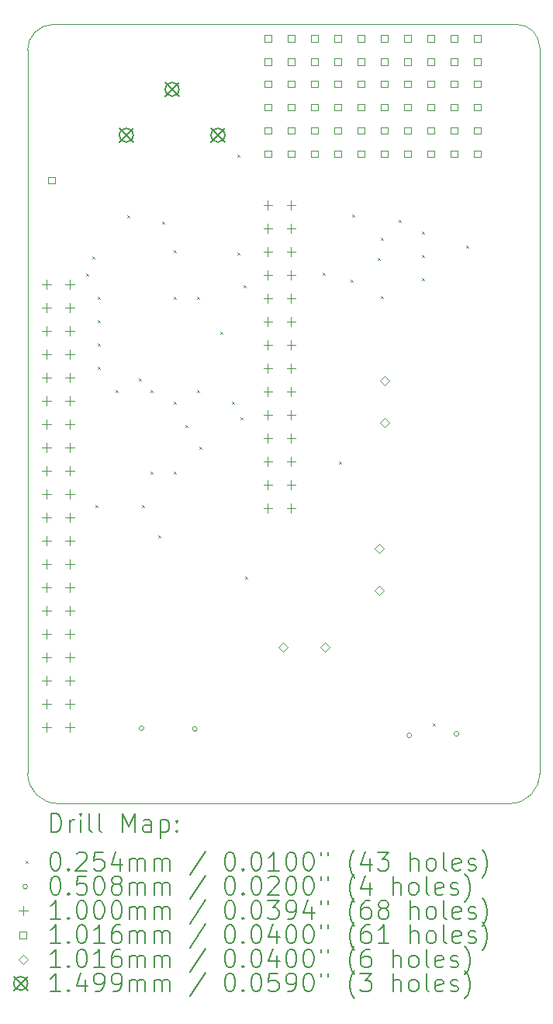
<source format=gbr>
%TF.GenerationSoftware,KiCad,Pcbnew,(6.0.11)*%
%TF.CreationDate,2025-01-10T09:32:41+11:00*%
%TF.ProjectId,bbb,6262622e-6b69-4636-9164-5f7063625858,rev?*%
%TF.SameCoordinates,Original*%
%TF.FileFunction,Drillmap*%
%TF.FilePolarity,Positive*%
%FSLAX45Y45*%
G04 Gerber Fmt 4.5, Leading zero omitted, Abs format (unit mm)*
G04 Created by KiCad (PCBNEW (6.0.11)) date 2025-01-10 09:32:41*
%MOMM*%
%LPD*%
G01*
G04 APERTURE LIST*
%ADD10C,0.002540*%
%ADD11C,0.200000*%
%ADD12C,0.025400*%
%ADD13C,0.050800*%
%ADD14C,0.100000*%
%ADD15C,0.101600*%
%ADD16C,0.149860*%
G04 APERTURE END LIST*
D10*
X16551913Y-14325585D02*
G75*
G03*
X16873213Y-14001750I0J321310D01*
G01*
X16874490Y-6083300D02*
G75*
G03*
X16629230Y-5835649I-246380J1270D01*
G01*
X11564620Y-5835650D02*
G75*
G03*
X11285220Y-6115050I0J-279400D01*
G01*
X11285220Y-13995400D02*
G75*
G03*
X11615420Y-14325600I330200J0D01*
G01*
X16629230Y-5835649D02*
X11564620Y-5835650D01*
X16551913Y-14325585D02*
X11615420Y-14325600D01*
X16873220Y-14001750D02*
X16874490Y-6083300D01*
X11285220Y-13995400D02*
X11285220Y-6115050D01*
D11*
D12*
X11927840Y-8552180D02*
X11953240Y-8577580D01*
X11953240Y-8552180D02*
X11927840Y-8577580D01*
X11991340Y-8361680D02*
X12016740Y-8387080D01*
X12016740Y-8361680D02*
X11991340Y-8387080D01*
X12024360Y-11071860D02*
X12049760Y-11097260D01*
X12049760Y-11071860D02*
X12024360Y-11097260D01*
X12054840Y-8806180D02*
X12080240Y-8831580D01*
X12080240Y-8806180D02*
X12054840Y-8831580D01*
X12054840Y-9060180D02*
X12080240Y-9085580D01*
X12080240Y-9060180D02*
X12054840Y-9085580D01*
X12054840Y-9314180D02*
X12080240Y-9339580D01*
X12080240Y-9314180D02*
X12054840Y-9339580D01*
X12054840Y-9568180D02*
X12080240Y-9593580D01*
X12080240Y-9568180D02*
X12054840Y-9593580D01*
X12245340Y-9822180D02*
X12270740Y-9847580D01*
X12270740Y-9822180D02*
X12245340Y-9847580D01*
X12372340Y-7917180D02*
X12397740Y-7942580D01*
X12397740Y-7917180D02*
X12372340Y-7942580D01*
X12499340Y-9695180D02*
X12524740Y-9720580D01*
X12524740Y-9695180D02*
X12499340Y-9720580D01*
X12532360Y-11071860D02*
X12557760Y-11097260D01*
X12557760Y-11071860D02*
X12532360Y-11097260D01*
X12626340Y-9822180D02*
X12651740Y-9847580D01*
X12651740Y-9822180D02*
X12626340Y-9847580D01*
X12626340Y-10711180D02*
X12651740Y-10736580D01*
X12651740Y-10711180D02*
X12626340Y-10736580D01*
X12711430Y-11405870D02*
X12736830Y-11431270D01*
X12736830Y-11405870D02*
X12711430Y-11431270D01*
X12753340Y-7980680D02*
X12778740Y-8006080D01*
X12778740Y-7980680D02*
X12753340Y-8006080D01*
X12880340Y-8298180D02*
X12905740Y-8323580D01*
X12905740Y-8298180D02*
X12880340Y-8323580D01*
X12880340Y-8806180D02*
X12905740Y-8831580D01*
X12905740Y-8806180D02*
X12880340Y-8831580D01*
X12880340Y-9949180D02*
X12905740Y-9974580D01*
X12905740Y-9949180D02*
X12880340Y-9974580D01*
X12880340Y-10711180D02*
X12905740Y-10736580D01*
X12905740Y-10711180D02*
X12880340Y-10736580D01*
X13007340Y-10203180D02*
X13032740Y-10228580D01*
X13032740Y-10203180D02*
X13007340Y-10228580D01*
X13134340Y-8806180D02*
X13159740Y-8831580D01*
X13159740Y-8806180D02*
X13134340Y-8831580D01*
X13134340Y-9822180D02*
X13159740Y-9847580D01*
X13159740Y-9822180D02*
X13134340Y-9847580D01*
X13158271Y-10433249D02*
X13183671Y-10458649D01*
X13183671Y-10433249D02*
X13158271Y-10458649D01*
X13388340Y-9187180D02*
X13413740Y-9212580D01*
X13413740Y-9187180D02*
X13388340Y-9212580D01*
X13515340Y-9949180D02*
X13540740Y-9974580D01*
X13540740Y-9949180D02*
X13515340Y-9974580D01*
X13578840Y-7256780D02*
X13604240Y-7282180D01*
X13604240Y-7256780D02*
X13578840Y-7282180D01*
X13578840Y-8323580D02*
X13604240Y-8348980D01*
X13604240Y-8323580D02*
X13578840Y-8348980D01*
X13606590Y-10111930D02*
X13631990Y-10137330D01*
X13631990Y-10111930D02*
X13606590Y-10137330D01*
X13642340Y-8679180D02*
X13667740Y-8704580D01*
X13667740Y-8679180D02*
X13642340Y-8704580D01*
X13656310Y-11847830D02*
X13681710Y-11873230D01*
X13681710Y-11847830D02*
X13656310Y-11873230D01*
X14508480Y-8538210D02*
X14533880Y-8563610D01*
X14533880Y-8538210D02*
X14508480Y-8563610D01*
X14683740Y-10595610D02*
X14709140Y-10621010D01*
X14709140Y-10595610D02*
X14683740Y-10621010D01*
X14814549Y-8613141D02*
X14839949Y-8638541D01*
X14839949Y-8613141D02*
X14814549Y-8638541D01*
X14825980Y-7903210D02*
X14851380Y-7928610D01*
X14851380Y-7903210D02*
X14825980Y-7928610D01*
X15110460Y-8382000D02*
X15135860Y-8407400D01*
X15135860Y-8382000D02*
X15110460Y-8407400D01*
X15143480Y-8157210D02*
X15168880Y-8182610D01*
X15168880Y-8157210D02*
X15143480Y-8182610D01*
X15143480Y-8792210D02*
X15168880Y-8817610D01*
X15168880Y-8792210D02*
X15143480Y-8817610D01*
X15333980Y-7966710D02*
X15359380Y-7992110D01*
X15359380Y-7966710D02*
X15333980Y-7992110D01*
X15587980Y-8093710D02*
X15613380Y-8119110D01*
X15613380Y-8093710D02*
X15587980Y-8119110D01*
X15587980Y-8347710D02*
X15613380Y-8373110D01*
X15613380Y-8347710D02*
X15587980Y-8373110D01*
X15587980Y-8601710D02*
X15613380Y-8627110D01*
X15613380Y-8601710D02*
X15587980Y-8627110D01*
X15706090Y-13451840D02*
X15731490Y-13477240D01*
X15731490Y-13451840D02*
X15706090Y-13477240D01*
X16071850Y-8243570D02*
X16097250Y-8268970D01*
X16097250Y-8243570D02*
X16071850Y-8268970D01*
D13*
X12553950Y-13505180D02*
G75*
G03*
X12553950Y-13505180I-25400J0D01*
G01*
X13136880Y-13512800D02*
G75*
G03*
X13136880Y-13512800I-25400J0D01*
G01*
X15477490Y-13582650D02*
G75*
G03*
X15477490Y-13582650I-25400J0D01*
G01*
X15991840Y-13564870D02*
G75*
G03*
X15991840Y-13564870I-25400J0D01*
G01*
D14*
X11494770Y-8619020D02*
X11494770Y-8719020D01*
X11444770Y-8669020D02*
X11544770Y-8669020D01*
X11494770Y-8873020D02*
X11494770Y-8973020D01*
X11444770Y-8923020D02*
X11544770Y-8923020D01*
X11494770Y-9127020D02*
X11494770Y-9227020D01*
X11444770Y-9177020D02*
X11544770Y-9177020D01*
X11494770Y-9381020D02*
X11494770Y-9481020D01*
X11444770Y-9431020D02*
X11544770Y-9431020D01*
X11494770Y-9635020D02*
X11494770Y-9735020D01*
X11444770Y-9685020D02*
X11544770Y-9685020D01*
X11494770Y-9889020D02*
X11494770Y-9989020D01*
X11444770Y-9939020D02*
X11544770Y-9939020D01*
X11494770Y-10143020D02*
X11494770Y-10243020D01*
X11444770Y-10193020D02*
X11544770Y-10193020D01*
X11494770Y-10397020D02*
X11494770Y-10497020D01*
X11444770Y-10447020D02*
X11544770Y-10447020D01*
X11494770Y-10651020D02*
X11494770Y-10751020D01*
X11444770Y-10701020D02*
X11544770Y-10701020D01*
X11494770Y-10905020D02*
X11494770Y-11005020D01*
X11444770Y-10955020D02*
X11544770Y-10955020D01*
X11494770Y-11159020D02*
X11494770Y-11259020D01*
X11444770Y-11209020D02*
X11544770Y-11209020D01*
X11494770Y-11413020D02*
X11494770Y-11513020D01*
X11444770Y-11463020D02*
X11544770Y-11463020D01*
X11494770Y-11667020D02*
X11494770Y-11767020D01*
X11444770Y-11717020D02*
X11544770Y-11717020D01*
X11494770Y-11921020D02*
X11494770Y-12021020D01*
X11444770Y-11971020D02*
X11544770Y-11971020D01*
X11494770Y-12175020D02*
X11494770Y-12275020D01*
X11444770Y-12225020D02*
X11544770Y-12225020D01*
X11494770Y-12429020D02*
X11494770Y-12529020D01*
X11444770Y-12479020D02*
X11544770Y-12479020D01*
X11494770Y-12683020D02*
X11494770Y-12783020D01*
X11444770Y-12733020D02*
X11544770Y-12733020D01*
X11494770Y-12937020D02*
X11494770Y-13037020D01*
X11444770Y-12987020D02*
X11544770Y-12987020D01*
X11494770Y-13191020D02*
X11494770Y-13291020D01*
X11444770Y-13241020D02*
X11544770Y-13241020D01*
X11494770Y-13445020D02*
X11494770Y-13545020D01*
X11444770Y-13495020D02*
X11544770Y-13495020D01*
X11748770Y-8619020D02*
X11748770Y-8719020D01*
X11698770Y-8669020D02*
X11798770Y-8669020D01*
X11748770Y-8873020D02*
X11748770Y-8973020D01*
X11698770Y-8923020D02*
X11798770Y-8923020D01*
X11748770Y-9127020D02*
X11748770Y-9227020D01*
X11698770Y-9177020D02*
X11798770Y-9177020D01*
X11748770Y-9381020D02*
X11748770Y-9481020D01*
X11698770Y-9431020D02*
X11798770Y-9431020D01*
X11748770Y-9635020D02*
X11748770Y-9735020D01*
X11698770Y-9685020D02*
X11798770Y-9685020D01*
X11748770Y-9889020D02*
X11748770Y-9989020D01*
X11698770Y-9939020D02*
X11798770Y-9939020D01*
X11748770Y-10143020D02*
X11748770Y-10243020D01*
X11698770Y-10193020D02*
X11798770Y-10193020D01*
X11748770Y-10397020D02*
X11748770Y-10497020D01*
X11698770Y-10447020D02*
X11798770Y-10447020D01*
X11748770Y-10651020D02*
X11748770Y-10751020D01*
X11698770Y-10701020D02*
X11798770Y-10701020D01*
X11748770Y-10905020D02*
X11748770Y-11005020D01*
X11698770Y-10955020D02*
X11798770Y-10955020D01*
X11748770Y-11159020D02*
X11748770Y-11259020D01*
X11698770Y-11209020D02*
X11798770Y-11209020D01*
X11748770Y-11413020D02*
X11748770Y-11513020D01*
X11698770Y-11463020D02*
X11798770Y-11463020D01*
X11748770Y-11667020D02*
X11748770Y-11767020D01*
X11698770Y-11717020D02*
X11798770Y-11717020D01*
X11748770Y-11921020D02*
X11748770Y-12021020D01*
X11698770Y-11971020D02*
X11798770Y-11971020D01*
X11748770Y-12175020D02*
X11748770Y-12275020D01*
X11698770Y-12225020D02*
X11798770Y-12225020D01*
X11748770Y-12429020D02*
X11748770Y-12529020D01*
X11698770Y-12479020D02*
X11798770Y-12479020D01*
X11748770Y-12683020D02*
X11748770Y-12783020D01*
X11698770Y-12733020D02*
X11798770Y-12733020D01*
X11748770Y-12937020D02*
X11748770Y-13037020D01*
X11698770Y-12987020D02*
X11798770Y-12987020D01*
X11748770Y-13191020D02*
X11748770Y-13291020D01*
X11698770Y-13241020D02*
X11798770Y-13241020D01*
X11748770Y-13445020D02*
X11748770Y-13545020D01*
X11698770Y-13495020D02*
X11798770Y-13495020D01*
X13909040Y-7752880D02*
X13909040Y-7852880D01*
X13859040Y-7802880D02*
X13959040Y-7802880D01*
X13909040Y-8006880D02*
X13909040Y-8106880D01*
X13859040Y-8056880D02*
X13959040Y-8056880D01*
X13909040Y-8260880D02*
X13909040Y-8360880D01*
X13859040Y-8310880D02*
X13959040Y-8310880D01*
X13909040Y-8514880D02*
X13909040Y-8614880D01*
X13859040Y-8564880D02*
X13959040Y-8564880D01*
X13909040Y-8768880D02*
X13909040Y-8868880D01*
X13859040Y-8818880D02*
X13959040Y-8818880D01*
X13909040Y-9022880D02*
X13909040Y-9122880D01*
X13859040Y-9072880D02*
X13959040Y-9072880D01*
X13909040Y-9276880D02*
X13909040Y-9376880D01*
X13859040Y-9326880D02*
X13959040Y-9326880D01*
X13909040Y-9530880D02*
X13909040Y-9630880D01*
X13859040Y-9580880D02*
X13959040Y-9580880D01*
X13909040Y-9784880D02*
X13909040Y-9884880D01*
X13859040Y-9834880D02*
X13959040Y-9834880D01*
X13909040Y-10038880D02*
X13909040Y-10138880D01*
X13859040Y-10088880D02*
X13959040Y-10088880D01*
X13909040Y-10292880D02*
X13909040Y-10392880D01*
X13859040Y-10342880D02*
X13959040Y-10342880D01*
X13909040Y-10546880D02*
X13909040Y-10646880D01*
X13859040Y-10596880D02*
X13959040Y-10596880D01*
X13909040Y-10800880D02*
X13909040Y-10900880D01*
X13859040Y-10850880D02*
X13959040Y-10850880D01*
X13909040Y-11054880D02*
X13909040Y-11154880D01*
X13859040Y-11104880D02*
X13959040Y-11104880D01*
X14163040Y-7752880D02*
X14163040Y-7852880D01*
X14113040Y-7802880D02*
X14213040Y-7802880D01*
X14163040Y-8006880D02*
X14163040Y-8106880D01*
X14113040Y-8056880D02*
X14213040Y-8056880D01*
X14163040Y-8260880D02*
X14163040Y-8360880D01*
X14113040Y-8310880D02*
X14213040Y-8310880D01*
X14163040Y-8514880D02*
X14163040Y-8614880D01*
X14113040Y-8564880D02*
X14213040Y-8564880D01*
X14163040Y-8768880D02*
X14163040Y-8868880D01*
X14113040Y-8818880D02*
X14213040Y-8818880D01*
X14163040Y-9022880D02*
X14163040Y-9122880D01*
X14113040Y-9072880D02*
X14213040Y-9072880D01*
X14163040Y-9276880D02*
X14163040Y-9376880D01*
X14113040Y-9326880D02*
X14213040Y-9326880D01*
X14163040Y-9530880D02*
X14163040Y-9630880D01*
X14113040Y-9580880D02*
X14213040Y-9580880D01*
X14163040Y-9784880D02*
X14163040Y-9884880D01*
X14113040Y-9834880D02*
X14213040Y-9834880D01*
X14163040Y-10038880D02*
X14163040Y-10138880D01*
X14113040Y-10088880D02*
X14213040Y-10088880D01*
X14163040Y-10292880D02*
X14163040Y-10392880D01*
X14113040Y-10342880D02*
X14213040Y-10342880D01*
X14163040Y-10546880D02*
X14163040Y-10646880D01*
X14113040Y-10596880D02*
X14213040Y-10596880D01*
X14163040Y-10800880D02*
X14163040Y-10900880D01*
X14113040Y-10850880D02*
X14213040Y-10850880D01*
X14163040Y-11054880D02*
X14163040Y-11154880D01*
X14113040Y-11104880D02*
X14213040Y-11104880D01*
D15*
X11584031Y-7570831D02*
X11584031Y-7498989D01*
X11512189Y-7498989D01*
X11512189Y-7570831D01*
X11584031Y-7570831D01*
X13944961Y-6022701D02*
X13944961Y-5950859D01*
X13873119Y-5950859D01*
X13873119Y-6022701D01*
X13944961Y-6022701D01*
X13944961Y-6276701D02*
X13944961Y-6204859D01*
X13873119Y-6204859D01*
X13873119Y-6276701D01*
X13944961Y-6276701D01*
X13944961Y-6518001D02*
X13944961Y-6446159D01*
X13873119Y-6446159D01*
X13873119Y-6518001D01*
X13944961Y-6518001D01*
X13944961Y-6772001D02*
X13944961Y-6700159D01*
X13873119Y-6700159D01*
X13873119Y-6772001D01*
X13944961Y-6772001D01*
X13944961Y-7026001D02*
X13944961Y-6954159D01*
X13873119Y-6954159D01*
X13873119Y-7026001D01*
X13944961Y-7026001D01*
X13944961Y-7280001D02*
X13944961Y-7208159D01*
X13873119Y-7208159D01*
X13873119Y-7280001D01*
X13944961Y-7280001D01*
X14198961Y-6022701D02*
X14198961Y-5950859D01*
X14127119Y-5950859D01*
X14127119Y-6022701D01*
X14198961Y-6022701D01*
X14198961Y-6276701D02*
X14198961Y-6204859D01*
X14127119Y-6204859D01*
X14127119Y-6276701D01*
X14198961Y-6276701D01*
X14198961Y-6518001D02*
X14198961Y-6446159D01*
X14127119Y-6446159D01*
X14127119Y-6518001D01*
X14198961Y-6518001D01*
X14198961Y-6772001D02*
X14198961Y-6700159D01*
X14127119Y-6700159D01*
X14127119Y-6772001D01*
X14198961Y-6772001D01*
X14198961Y-7026001D02*
X14198961Y-6954159D01*
X14127119Y-6954159D01*
X14127119Y-7026001D01*
X14198961Y-7026001D01*
X14198961Y-7280001D02*
X14198961Y-7208159D01*
X14127119Y-7208159D01*
X14127119Y-7280001D01*
X14198961Y-7280001D01*
X14452961Y-6022701D02*
X14452961Y-5950859D01*
X14381119Y-5950859D01*
X14381119Y-6022701D01*
X14452961Y-6022701D01*
X14452961Y-6276701D02*
X14452961Y-6204859D01*
X14381119Y-6204859D01*
X14381119Y-6276701D01*
X14452961Y-6276701D01*
X14452961Y-6518001D02*
X14452961Y-6446159D01*
X14381119Y-6446159D01*
X14381119Y-6518001D01*
X14452961Y-6518001D01*
X14452961Y-6772001D02*
X14452961Y-6700159D01*
X14381119Y-6700159D01*
X14381119Y-6772001D01*
X14452961Y-6772001D01*
X14452961Y-7026001D02*
X14452961Y-6954159D01*
X14381119Y-6954159D01*
X14381119Y-7026001D01*
X14452961Y-7026001D01*
X14452961Y-7280001D02*
X14452961Y-7208159D01*
X14381119Y-7208159D01*
X14381119Y-7280001D01*
X14452961Y-7280001D01*
X14706961Y-6022701D02*
X14706961Y-5950859D01*
X14635119Y-5950859D01*
X14635119Y-6022701D01*
X14706961Y-6022701D01*
X14706961Y-6276701D02*
X14706961Y-6204859D01*
X14635119Y-6204859D01*
X14635119Y-6276701D01*
X14706961Y-6276701D01*
X14706961Y-6518001D02*
X14706961Y-6446159D01*
X14635119Y-6446159D01*
X14635119Y-6518001D01*
X14706961Y-6518001D01*
X14706961Y-6772001D02*
X14706961Y-6700159D01*
X14635119Y-6700159D01*
X14635119Y-6772001D01*
X14706961Y-6772001D01*
X14706961Y-7026001D02*
X14706961Y-6954159D01*
X14635119Y-6954159D01*
X14635119Y-7026001D01*
X14706961Y-7026001D01*
X14706961Y-7280001D02*
X14706961Y-7208159D01*
X14635119Y-7208159D01*
X14635119Y-7280001D01*
X14706961Y-7280001D01*
X14960961Y-6022701D02*
X14960961Y-5950859D01*
X14889119Y-5950859D01*
X14889119Y-6022701D01*
X14960961Y-6022701D01*
X14960961Y-6276701D02*
X14960961Y-6204859D01*
X14889119Y-6204859D01*
X14889119Y-6276701D01*
X14960961Y-6276701D01*
X14960961Y-6518001D02*
X14960961Y-6446159D01*
X14889119Y-6446159D01*
X14889119Y-6518001D01*
X14960961Y-6518001D01*
X14960961Y-6772001D02*
X14960961Y-6700159D01*
X14889119Y-6700159D01*
X14889119Y-6772001D01*
X14960961Y-6772001D01*
X14960961Y-7026001D02*
X14960961Y-6954159D01*
X14889119Y-6954159D01*
X14889119Y-7026001D01*
X14960961Y-7026001D01*
X14960961Y-7280001D02*
X14960961Y-7208159D01*
X14889119Y-7208159D01*
X14889119Y-7280001D01*
X14960961Y-7280001D01*
X15214961Y-6022701D02*
X15214961Y-5950859D01*
X15143119Y-5950859D01*
X15143119Y-6022701D01*
X15214961Y-6022701D01*
X15214961Y-6276701D02*
X15214961Y-6204859D01*
X15143119Y-6204859D01*
X15143119Y-6276701D01*
X15214961Y-6276701D01*
X15214961Y-6518001D02*
X15214961Y-6446159D01*
X15143119Y-6446159D01*
X15143119Y-6518001D01*
X15214961Y-6518001D01*
X15214961Y-6772001D02*
X15214961Y-6700159D01*
X15143119Y-6700159D01*
X15143119Y-6772001D01*
X15214961Y-6772001D01*
X15214961Y-7026001D02*
X15214961Y-6954159D01*
X15143119Y-6954159D01*
X15143119Y-7026001D01*
X15214961Y-7026001D01*
X15214961Y-7280001D02*
X15214961Y-7208159D01*
X15143119Y-7208159D01*
X15143119Y-7280001D01*
X15214961Y-7280001D01*
X15468961Y-6022701D02*
X15468961Y-5950859D01*
X15397119Y-5950859D01*
X15397119Y-6022701D01*
X15468961Y-6022701D01*
X15468961Y-6276701D02*
X15468961Y-6204859D01*
X15397119Y-6204859D01*
X15397119Y-6276701D01*
X15468961Y-6276701D01*
X15468961Y-6518001D02*
X15468961Y-6446159D01*
X15397119Y-6446159D01*
X15397119Y-6518001D01*
X15468961Y-6518001D01*
X15468961Y-6772001D02*
X15468961Y-6700159D01*
X15397119Y-6700159D01*
X15397119Y-6772001D01*
X15468961Y-6772001D01*
X15468961Y-7026001D02*
X15468961Y-6954159D01*
X15397119Y-6954159D01*
X15397119Y-7026001D01*
X15468961Y-7026001D01*
X15468961Y-7280001D02*
X15468961Y-7208159D01*
X15397119Y-7208159D01*
X15397119Y-7280001D01*
X15468961Y-7280001D01*
X15722961Y-6022701D02*
X15722961Y-5950859D01*
X15651119Y-5950859D01*
X15651119Y-6022701D01*
X15722961Y-6022701D01*
X15722961Y-6276701D02*
X15722961Y-6204859D01*
X15651119Y-6204859D01*
X15651119Y-6276701D01*
X15722961Y-6276701D01*
X15722961Y-6518001D02*
X15722961Y-6446159D01*
X15651119Y-6446159D01*
X15651119Y-6518001D01*
X15722961Y-6518001D01*
X15722961Y-6772001D02*
X15722961Y-6700159D01*
X15651119Y-6700159D01*
X15651119Y-6772001D01*
X15722961Y-6772001D01*
X15722961Y-7026001D02*
X15722961Y-6954159D01*
X15651119Y-6954159D01*
X15651119Y-7026001D01*
X15722961Y-7026001D01*
X15722961Y-7280001D02*
X15722961Y-7208159D01*
X15651119Y-7208159D01*
X15651119Y-7280001D01*
X15722961Y-7280001D01*
X15976961Y-6022701D02*
X15976961Y-5950859D01*
X15905119Y-5950859D01*
X15905119Y-6022701D01*
X15976961Y-6022701D01*
X15976961Y-6276701D02*
X15976961Y-6204859D01*
X15905119Y-6204859D01*
X15905119Y-6276701D01*
X15976961Y-6276701D01*
X15976961Y-6518001D02*
X15976961Y-6446159D01*
X15905119Y-6446159D01*
X15905119Y-6518001D01*
X15976961Y-6518001D01*
X15976961Y-6772001D02*
X15976961Y-6700159D01*
X15905119Y-6700159D01*
X15905119Y-6772001D01*
X15976961Y-6772001D01*
X15976961Y-7026001D02*
X15976961Y-6954159D01*
X15905119Y-6954159D01*
X15905119Y-7026001D01*
X15976961Y-7026001D01*
X15976961Y-7280001D02*
X15976961Y-7208159D01*
X15905119Y-7208159D01*
X15905119Y-7280001D01*
X15976961Y-7280001D01*
X16230961Y-6022701D02*
X16230961Y-5950859D01*
X16159119Y-5950859D01*
X16159119Y-6022701D01*
X16230961Y-6022701D01*
X16230961Y-6276701D02*
X16230961Y-6204859D01*
X16159119Y-6204859D01*
X16159119Y-6276701D01*
X16230961Y-6276701D01*
X16230961Y-6518001D02*
X16230961Y-6446159D01*
X16159119Y-6446159D01*
X16159119Y-6518001D01*
X16230961Y-6518001D01*
X16230961Y-6772001D02*
X16230961Y-6700159D01*
X16159119Y-6700159D01*
X16159119Y-6772001D01*
X16230961Y-6772001D01*
X16230961Y-7026001D02*
X16230961Y-6954159D01*
X16159119Y-6954159D01*
X16159119Y-7026001D01*
X16230961Y-7026001D01*
X16230961Y-7280001D02*
X16230961Y-7208159D01*
X16159119Y-7208159D01*
X16159119Y-7280001D01*
X16230961Y-7280001D01*
X14074140Y-12675870D02*
X14124940Y-12625070D01*
X14074140Y-12574270D01*
X14023340Y-12625070D01*
X14074140Y-12675870D01*
X14531340Y-12675870D02*
X14582140Y-12625070D01*
X14531340Y-12574270D01*
X14480540Y-12625070D01*
X14531340Y-12675870D01*
X15123160Y-11593830D02*
X15173960Y-11543030D01*
X15123160Y-11492230D01*
X15072360Y-11543030D01*
X15123160Y-11593830D01*
X15123160Y-12051030D02*
X15173960Y-12000230D01*
X15123160Y-11949430D01*
X15072360Y-12000230D01*
X15123160Y-12051030D01*
X15184120Y-9765030D02*
X15234920Y-9714230D01*
X15184120Y-9663430D01*
X15133320Y-9714230D01*
X15184120Y-9765030D01*
X15184120Y-10222230D02*
X15234920Y-10171430D01*
X15184120Y-10120630D01*
X15133320Y-10171430D01*
X15184120Y-10222230D01*
D16*
X12288010Y-6966650D02*
X12437870Y-7116510D01*
X12437870Y-6966650D02*
X12288010Y-7116510D01*
X12437870Y-7041580D02*
G75*
G03*
X12437870Y-7041580I-74930J0D01*
G01*
X12788010Y-6466650D02*
X12937870Y-6616510D01*
X12937870Y-6466650D02*
X12788010Y-6616510D01*
X12937870Y-6541580D02*
G75*
G03*
X12937870Y-6541580I-74930J0D01*
G01*
X13288010Y-6966650D02*
X13437870Y-7116510D01*
X13437870Y-6966650D02*
X13288010Y-7116510D01*
X13437870Y-7041580D02*
G75*
G03*
X13437870Y-7041580I-74930J0D01*
G01*
D11*
X11542712Y-14636203D02*
X11542712Y-14436203D01*
X11590331Y-14436203D01*
X11618902Y-14445727D01*
X11637950Y-14464775D01*
X11647474Y-14483822D01*
X11656998Y-14521917D01*
X11656998Y-14550489D01*
X11647474Y-14588584D01*
X11637950Y-14607632D01*
X11618902Y-14626679D01*
X11590331Y-14636203D01*
X11542712Y-14636203D01*
X11742712Y-14636203D02*
X11742712Y-14502870D01*
X11742712Y-14540965D02*
X11752236Y-14521917D01*
X11761760Y-14512394D01*
X11780807Y-14502870D01*
X11799855Y-14502870D01*
X11866521Y-14636203D02*
X11866521Y-14502870D01*
X11866521Y-14436203D02*
X11856998Y-14445727D01*
X11866521Y-14455251D01*
X11876045Y-14445727D01*
X11866521Y-14436203D01*
X11866521Y-14455251D01*
X11990331Y-14636203D02*
X11971283Y-14626679D01*
X11961760Y-14607632D01*
X11961760Y-14436203D01*
X12095093Y-14636203D02*
X12076045Y-14626679D01*
X12066521Y-14607632D01*
X12066521Y-14436203D01*
X12323664Y-14636203D02*
X12323664Y-14436203D01*
X12390331Y-14579060D01*
X12456998Y-14436203D01*
X12456998Y-14636203D01*
X12637950Y-14636203D02*
X12637950Y-14531441D01*
X12628426Y-14512394D01*
X12609379Y-14502870D01*
X12571283Y-14502870D01*
X12552236Y-14512394D01*
X12637950Y-14626679D02*
X12618902Y-14636203D01*
X12571283Y-14636203D01*
X12552236Y-14626679D01*
X12542712Y-14607632D01*
X12542712Y-14588584D01*
X12552236Y-14569536D01*
X12571283Y-14560013D01*
X12618902Y-14560013D01*
X12637950Y-14550489D01*
X12733188Y-14502870D02*
X12733188Y-14702870D01*
X12733188Y-14512394D02*
X12752236Y-14502870D01*
X12790331Y-14502870D01*
X12809379Y-14512394D01*
X12818902Y-14521917D01*
X12828426Y-14540965D01*
X12828426Y-14598108D01*
X12818902Y-14617155D01*
X12809379Y-14626679D01*
X12790331Y-14636203D01*
X12752236Y-14636203D01*
X12733188Y-14626679D01*
X12914141Y-14617155D02*
X12923664Y-14626679D01*
X12914141Y-14636203D01*
X12904617Y-14626679D01*
X12914141Y-14617155D01*
X12914141Y-14636203D01*
X12914141Y-14512394D02*
X12923664Y-14521917D01*
X12914141Y-14531441D01*
X12904617Y-14521917D01*
X12914141Y-14512394D01*
X12914141Y-14531441D01*
D12*
X11259693Y-14953027D02*
X11285093Y-14978427D01*
X11285093Y-14953027D02*
X11259693Y-14978427D01*
D11*
X11580807Y-14856203D02*
X11599855Y-14856203D01*
X11618902Y-14865727D01*
X11628426Y-14875251D01*
X11637950Y-14894298D01*
X11647474Y-14932394D01*
X11647474Y-14980013D01*
X11637950Y-15018108D01*
X11628426Y-15037155D01*
X11618902Y-15046679D01*
X11599855Y-15056203D01*
X11580807Y-15056203D01*
X11561760Y-15046679D01*
X11552236Y-15037155D01*
X11542712Y-15018108D01*
X11533188Y-14980013D01*
X11533188Y-14932394D01*
X11542712Y-14894298D01*
X11552236Y-14875251D01*
X11561760Y-14865727D01*
X11580807Y-14856203D01*
X11733188Y-15037155D02*
X11742712Y-15046679D01*
X11733188Y-15056203D01*
X11723664Y-15046679D01*
X11733188Y-15037155D01*
X11733188Y-15056203D01*
X11818902Y-14875251D02*
X11828426Y-14865727D01*
X11847474Y-14856203D01*
X11895093Y-14856203D01*
X11914141Y-14865727D01*
X11923664Y-14875251D01*
X11933188Y-14894298D01*
X11933188Y-14913346D01*
X11923664Y-14941917D01*
X11809379Y-15056203D01*
X11933188Y-15056203D01*
X12114141Y-14856203D02*
X12018902Y-14856203D01*
X12009379Y-14951441D01*
X12018902Y-14941917D01*
X12037950Y-14932394D01*
X12085569Y-14932394D01*
X12104617Y-14941917D01*
X12114141Y-14951441D01*
X12123664Y-14970489D01*
X12123664Y-15018108D01*
X12114141Y-15037155D01*
X12104617Y-15046679D01*
X12085569Y-15056203D01*
X12037950Y-15056203D01*
X12018902Y-15046679D01*
X12009379Y-15037155D01*
X12295093Y-14922870D02*
X12295093Y-15056203D01*
X12247474Y-14846679D02*
X12199855Y-14989536D01*
X12323664Y-14989536D01*
X12399855Y-15056203D02*
X12399855Y-14922870D01*
X12399855Y-14941917D02*
X12409379Y-14932394D01*
X12428426Y-14922870D01*
X12456998Y-14922870D01*
X12476045Y-14932394D01*
X12485569Y-14951441D01*
X12485569Y-15056203D01*
X12485569Y-14951441D02*
X12495093Y-14932394D01*
X12514141Y-14922870D01*
X12542712Y-14922870D01*
X12561760Y-14932394D01*
X12571283Y-14951441D01*
X12571283Y-15056203D01*
X12666521Y-15056203D02*
X12666521Y-14922870D01*
X12666521Y-14941917D02*
X12676045Y-14932394D01*
X12695093Y-14922870D01*
X12723664Y-14922870D01*
X12742712Y-14932394D01*
X12752236Y-14951441D01*
X12752236Y-15056203D01*
X12752236Y-14951441D02*
X12761760Y-14932394D01*
X12780807Y-14922870D01*
X12809379Y-14922870D01*
X12828426Y-14932394D01*
X12837950Y-14951441D01*
X12837950Y-15056203D01*
X13228426Y-14846679D02*
X13056998Y-15103822D01*
X13485569Y-14856203D02*
X13504617Y-14856203D01*
X13523664Y-14865727D01*
X13533188Y-14875251D01*
X13542712Y-14894298D01*
X13552236Y-14932394D01*
X13552236Y-14980013D01*
X13542712Y-15018108D01*
X13533188Y-15037155D01*
X13523664Y-15046679D01*
X13504617Y-15056203D01*
X13485569Y-15056203D01*
X13466521Y-15046679D01*
X13456998Y-15037155D01*
X13447474Y-15018108D01*
X13437950Y-14980013D01*
X13437950Y-14932394D01*
X13447474Y-14894298D01*
X13456998Y-14875251D01*
X13466521Y-14865727D01*
X13485569Y-14856203D01*
X13637950Y-15037155D02*
X13647474Y-15046679D01*
X13637950Y-15056203D01*
X13628426Y-15046679D01*
X13637950Y-15037155D01*
X13637950Y-15056203D01*
X13771283Y-14856203D02*
X13790331Y-14856203D01*
X13809379Y-14865727D01*
X13818902Y-14875251D01*
X13828426Y-14894298D01*
X13837950Y-14932394D01*
X13837950Y-14980013D01*
X13828426Y-15018108D01*
X13818902Y-15037155D01*
X13809379Y-15046679D01*
X13790331Y-15056203D01*
X13771283Y-15056203D01*
X13752236Y-15046679D01*
X13742712Y-15037155D01*
X13733188Y-15018108D01*
X13723664Y-14980013D01*
X13723664Y-14932394D01*
X13733188Y-14894298D01*
X13742712Y-14875251D01*
X13752236Y-14865727D01*
X13771283Y-14856203D01*
X14028426Y-15056203D02*
X13914141Y-15056203D01*
X13971283Y-15056203D02*
X13971283Y-14856203D01*
X13952236Y-14884775D01*
X13933188Y-14903822D01*
X13914141Y-14913346D01*
X14152236Y-14856203D02*
X14171283Y-14856203D01*
X14190331Y-14865727D01*
X14199855Y-14875251D01*
X14209379Y-14894298D01*
X14218902Y-14932394D01*
X14218902Y-14980013D01*
X14209379Y-15018108D01*
X14199855Y-15037155D01*
X14190331Y-15046679D01*
X14171283Y-15056203D01*
X14152236Y-15056203D01*
X14133188Y-15046679D01*
X14123664Y-15037155D01*
X14114141Y-15018108D01*
X14104617Y-14980013D01*
X14104617Y-14932394D01*
X14114141Y-14894298D01*
X14123664Y-14875251D01*
X14133188Y-14865727D01*
X14152236Y-14856203D01*
X14342712Y-14856203D02*
X14361760Y-14856203D01*
X14380807Y-14865727D01*
X14390331Y-14875251D01*
X14399855Y-14894298D01*
X14409379Y-14932394D01*
X14409379Y-14980013D01*
X14399855Y-15018108D01*
X14390331Y-15037155D01*
X14380807Y-15046679D01*
X14361760Y-15056203D01*
X14342712Y-15056203D01*
X14323664Y-15046679D01*
X14314141Y-15037155D01*
X14304617Y-15018108D01*
X14295093Y-14980013D01*
X14295093Y-14932394D01*
X14304617Y-14894298D01*
X14314141Y-14875251D01*
X14323664Y-14865727D01*
X14342712Y-14856203D01*
X14485569Y-14856203D02*
X14485569Y-14894298D01*
X14561760Y-14856203D02*
X14561760Y-14894298D01*
X14856998Y-15132394D02*
X14847474Y-15122870D01*
X14828426Y-15094298D01*
X14818902Y-15075251D01*
X14809379Y-15046679D01*
X14799855Y-14999060D01*
X14799855Y-14960965D01*
X14809379Y-14913346D01*
X14818902Y-14884775D01*
X14828426Y-14865727D01*
X14847474Y-14837155D01*
X14856998Y-14827632D01*
X15018902Y-14922870D02*
X15018902Y-15056203D01*
X14971283Y-14846679D02*
X14923664Y-14989536D01*
X15047474Y-14989536D01*
X15104617Y-14856203D02*
X15228426Y-14856203D01*
X15161760Y-14932394D01*
X15190331Y-14932394D01*
X15209379Y-14941917D01*
X15218902Y-14951441D01*
X15228426Y-14970489D01*
X15228426Y-15018108D01*
X15218902Y-15037155D01*
X15209379Y-15046679D01*
X15190331Y-15056203D01*
X15133188Y-15056203D01*
X15114141Y-15046679D01*
X15104617Y-15037155D01*
X15466521Y-15056203D02*
X15466521Y-14856203D01*
X15552236Y-15056203D02*
X15552236Y-14951441D01*
X15542712Y-14932394D01*
X15523664Y-14922870D01*
X15495093Y-14922870D01*
X15476045Y-14932394D01*
X15466521Y-14941917D01*
X15676045Y-15056203D02*
X15656998Y-15046679D01*
X15647474Y-15037155D01*
X15637950Y-15018108D01*
X15637950Y-14960965D01*
X15647474Y-14941917D01*
X15656998Y-14932394D01*
X15676045Y-14922870D01*
X15704617Y-14922870D01*
X15723664Y-14932394D01*
X15733188Y-14941917D01*
X15742712Y-14960965D01*
X15742712Y-15018108D01*
X15733188Y-15037155D01*
X15723664Y-15046679D01*
X15704617Y-15056203D01*
X15676045Y-15056203D01*
X15856998Y-15056203D02*
X15837950Y-15046679D01*
X15828426Y-15027632D01*
X15828426Y-14856203D01*
X16009379Y-15046679D02*
X15990331Y-15056203D01*
X15952236Y-15056203D01*
X15933188Y-15046679D01*
X15923664Y-15027632D01*
X15923664Y-14951441D01*
X15933188Y-14932394D01*
X15952236Y-14922870D01*
X15990331Y-14922870D01*
X16009379Y-14932394D01*
X16018902Y-14951441D01*
X16018902Y-14970489D01*
X15923664Y-14989536D01*
X16095093Y-15046679D02*
X16114141Y-15056203D01*
X16152236Y-15056203D01*
X16171283Y-15046679D01*
X16180807Y-15027632D01*
X16180807Y-15018108D01*
X16171283Y-14999060D01*
X16152236Y-14989536D01*
X16123664Y-14989536D01*
X16104617Y-14980013D01*
X16095093Y-14960965D01*
X16095093Y-14951441D01*
X16104617Y-14932394D01*
X16123664Y-14922870D01*
X16152236Y-14922870D01*
X16171283Y-14932394D01*
X16247474Y-15132394D02*
X16256998Y-15122870D01*
X16276045Y-15094298D01*
X16285569Y-15075251D01*
X16295093Y-15046679D01*
X16304617Y-14999060D01*
X16304617Y-14960965D01*
X16295093Y-14913346D01*
X16285569Y-14884775D01*
X16276045Y-14865727D01*
X16256998Y-14837155D01*
X16247474Y-14827632D01*
D13*
X11285093Y-15229727D02*
G75*
G03*
X11285093Y-15229727I-25400J0D01*
G01*
D11*
X11580807Y-15120203D02*
X11599855Y-15120203D01*
X11618902Y-15129727D01*
X11628426Y-15139251D01*
X11637950Y-15158298D01*
X11647474Y-15196394D01*
X11647474Y-15244013D01*
X11637950Y-15282108D01*
X11628426Y-15301155D01*
X11618902Y-15310679D01*
X11599855Y-15320203D01*
X11580807Y-15320203D01*
X11561760Y-15310679D01*
X11552236Y-15301155D01*
X11542712Y-15282108D01*
X11533188Y-15244013D01*
X11533188Y-15196394D01*
X11542712Y-15158298D01*
X11552236Y-15139251D01*
X11561760Y-15129727D01*
X11580807Y-15120203D01*
X11733188Y-15301155D02*
X11742712Y-15310679D01*
X11733188Y-15320203D01*
X11723664Y-15310679D01*
X11733188Y-15301155D01*
X11733188Y-15320203D01*
X11923664Y-15120203D02*
X11828426Y-15120203D01*
X11818902Y-15215441D01*
X11828426Y-15205917D01*
X11847474Y-15196394D01*
X11895093Y-15196394D01*
X11914141Y-15205917D01*
X11923664Y-15215441D01*
X11933188Y-15234489D01*
X11933188Y-15282108D01*
X11923664Y-15301155D01*
X11914141Y-15310679D01*
X11895093Y-15320203D01*
X11847474Y-15320203D01*
X11828426Y-15310679D01*
X11818902Y-15301155D01*
X12056998Y-15120203D02*
X12076045Y-15120203D01*
X12095093Y-15129727D01*
X12104617Y-15139251D01*
X12114141Y-15158298D01*
X12123664Y-15196394D01*
X12123664Y-15244013D01*
X12114141Y-15282108D01*
X12104617Y-15301155D01*
X12095093Y-15310679D01*
X12076045Y-15320203D01*
X12056998Y-15320203D01*
X12037950Y-15310679D01*
X12028426Y-15301155D01*
X12018902Y-15282108D01*
X12009379Y-15244013D01*
X12009379Y-15196394D01*
X12018902Y-15158298D01*
X12028426Y-15139251D01*
X12037950Y-15129727D01*
X12056998Y-15120203D01*
X12237950Y-15205917D02*
X12218902Y-15196394D01*
X12209379Y-15186870D01*
X12199855Y-15167822D01*
X12199855Y-15158298D01*
X12209379Y-15139251D01*
X12218902Y-15129727D01*
X12237950Y-15120203D01*
X12276045Y-15120203D01*
X12295093Y-15129727D01*
X12304617Y-15139251D01*
X12314141Y-15158298D01*
X12314141Y-15167822D01*
X12304617Y-15186870D01*
X12295093Y-15196394D01*
X12276045Y-15205917D01*
X12237950Y-15205917D01*
X12218902Y-15215441D01*
X12209379Y-15224965D01*
X12199855Y-15244013D01*
X12199855Y-15282108D01*
X12209379Y-15301155D01*
X12218902Y-15310679D01*
X12237950Y-15320203D01*
X12276045Y-15320203D01*
X12295093Y-15310679D01*
X12304617Y-15301155D01*
X12314141Y-15282108D01*
X12314141Y-15244013D01*
X12304617Y-15224965D01*
X12295093Y-15215441D01*
X12276045Y-15205917D01*
X12399855Y-15320203D02*
X12399855Y-15186870D01*
X12399855Y-15205917D02*
X12409379Y-15196394D01*
X12428426Y-15186870D01*
X12456998Y-15186870D01*
X12476045Y-15196394D01*
X12485569Y-15215441D01*
X12485569Y-15320203D01*
X12485569Y-15215441D02*
X12495093Y-15196394D01*
X12514141Y-15186870D01*
X12542712Y-15186870D01*
X12561760Y-15196394D01*
X12571283Y-15215441D01*
X12571283Y-15320203D01*
X12666521Y-15320203D02*
X12666521Y-15186870D01*
X12666521Y-15205917D02*
X12676045Y-15196394D01*
X12695093Y-15186870D01*
X12723664Y-15186870D01*
X12742712Y-15196394D01*
X12752236Y-15215441D01*
X12752236Y-15320203D01*
X12752236Y-15215441D02*
X12761760Y-15196394D01*
X12780807Y-15186870D01*
X12809379Y-15186870D01*
X12828426Y-15196394D01*
X12837950Y-15215441D01*
X12837950Y-15320203D01*
X13228426Y-15110679D02*
X13056998Y-15367822D01*
X13485569Y-15120203D02*
X13504617Y-15120203D01*
X13523664Y-15129727D01*
X13533188Y-15139251D01*
X13542712Y-15158298D01*
X13552236Y-15196394D01*
X13552236Y-15244013D01*
X13542712Y-15282108D01*
X13533188Y-15301155D01*
X13523664Y-15310679D01*
X13504617Y-15320203D01*
X13485569Y-15320203D01*
X13466521Y-15310679D01*
X13456998Y-15301155D01*
X13447474Y-15282108D01*
X13437950Y-15244013D01*
X13437950Y-15196394D01*
X13447474Y-15158298D01*
X13456998Y-15139251D01*
X13466521Y-15129727D01*
X13485569Y-15120203D01*
X13637950Y-15301155D02*
X13647474Y-15310679D01*
X13637950Y-15320203D01*
X13628426Y-15310679D01*
X13637950Y-15301155D01*
X13637950Y-15320203D01*
X13771283Y-15120203D02*
X13790331Y-15120203D01*
X13809379Y-15129727D01*
X13818902Y-15139251D01*
X13828426Y-15158298D01*
X13837950Y-15196394D01*
X13837950Y-15244013D01*
X13828426Y-15282108D01*
X13818902Y-15301155D01*
X13809379Y-15310679D01*
X13790331Y-15320203D01*
X13771283Y-15320203D01*
X13752236Y-15310679D01*
X13742712Y-15301155D01*
X13733188Y-15282108D01*
X13723664Y-15244013D01*
X13723664Y-15196394D01*
X13733188Y-15158298D01*
X13742712Y-15139251D01*
X13752236Y-15129727D01*
X13771283Y-15120203D01*
X13914141Y-15139251D02*
X13923664Y-15129727D01*
X13942712Y-15120203D01*
X13990331Y-15120203D01*
X14009379Y-15129727D01*
X14018902Y-15139251D01*
X14028426Y-15158298D01*
X14028426Y-15177346D01*
X14018902Y-15205917D01*
X13904617Y-15320203D01*
X14028426Y-15320203D01*
X14152236Y-15120203D02*
X14171283Y-15120203D01*
X14190331Y-15129727D01*
X14199855Y-15139251D01*
X14209379Y-15158298D01*
X14218902Y-15196394D01*
X14218902Y-15244013D01*
X14209379Y-15282108D01*
X14199855Y-15301155D01*
X14190331Y-15310679D01*
X14171283Y-15320203D01*
X14152236Y-15320203D01*
X14133188Y-15310679D01*
X14123664Y-15301155D01*
X14114141Y-15282108D01*
X14104617Y-15244013D01*
X14104617Y-15196394D01*
X14114141Y-15158298D01*
X14123664Y-15139251D01*
X14133188Y-15129727D01*
X14152236Y-15120203D01*
X14342712Y-15120203D02*
X14361760Y-15120203D01*
X14380807Y-15129727D01*
X14390331Y-15139251D01*
X14399855Y-15158298D01*
X14409379Y-15196394D01*
X14409379Y-15244013D01*
X14399855Y-15282108D01*
X14390331Y-15301155D01*
X14380807Y-15310679D01*
X14361760Y-15320203D01*
X14342712Y-15320203D01*
X14323664Y-15310679D01*
X14314141Y-15301155D01*
X14304617Y-15282108D01*
X14295093Y-15244013D01*
X14295093Y-15196394D01*
X14304617Y-15158298D01*
X14314141Y-15139251D01*
X14323664Y-15129727D01*
X14342712Y-15120203D01*
X14485569Y-15120203D02*
X14485569Y-15158298D01*
X14561760Y-15120203D02*
X14561760Y-15158298D01*
X14856998Y-15396394D02*
X14847474Y-15386870D01*
X14828426Y-15358298D01*
X14818902Y-15339251D01*
X14809379Y-15310679D01*
X14799855Y-15263060D01*
X14799855Y-15224965D01*
X14809379Y-15177346D01*
X14818902Y-15148775D01*
X14828426Y-15129727D01*
X14847474Y-15101155D01*
X14856998Y-15091632D01*
X15018902Y-15186870D02*
X15018902Y-15320203D01*
X14971283Y-15110679D02*
X14923664Y-15253536D01*
X15047474Y-15253536D01*
X15276045Y-15320203D02*
X15276045Y-15120203D01*
X15361760Y-15320203D02*
X15361760Y-15215441D01*
X15352236Y-15196394D01*
X15333188Y-15186870D01*
X15304617Y-15186870D01*
X15285569Y-15196394D01*
X15276045Y-15205917D01*
X15485569Y-15320203D02*
X15466521Y-15310679D01*
X15456998Y-15301155D01*
X15447474Y-15282108D01*
X15447474Y-15224965D01*
X15456998Y-15205917D01*
X15466521Y-15196394D01*
X15485569Y-15186870D01*
X15514141Y-15186870D01*
X15533188Y-15196394D01*
X15542712Y-15205917D01*
X15552236Y-15224965D01*
X15552236Y-15282108D01*
X15542712Y-15301155D01*
X15533188Y-15310679D01*
X15514141Y-15320203D01*
X15485569Y-15320203D01*
X15666521Y-15320203D02*
X15647474Y-15310679D01*
X15637950Y-15291632D01*
X15637950Y-15120203D01*
X15818902Y-15310679D02*
X15799855Y-15320203D01*
X15761760Y-15320203D01*
X15742712Y-15310679D01*
X15733188Y-15291632D01*
X15733188Y-15215441D01*
X15742712Y-15196394D01*
X15761760Y-15186870D01*
X15799855Y-15186870D01*
X15818902Y-15196394D01*
X15828426Y-15215441D01*
X15828426Y-15234489D01*
X15733188Y-15253536D01*
X15904617Y-15310679D02*
X15923664Y-15320203D01*
X15961760Y-15320203D01*
X15980807Y-15310679D01*
X15990331Y-15291632D01*
X15990331Y-15282108D01*
X15980807Y-15263060D01*
X15961760Y-15253536D01*
X15933188Y-15253536D01*
X15914141Y-15244013D01*
X15904617Y-15224965D01*
X15904617Y-15215441D01*
X15914141Y-15196394D01*
X15933188Y-15186870D01*
X15961760Y-15186870D01*
X15980807Y-15196394D01*
X16056998Y-15396394D02*
X16066521Y-15386870D01*
X16085569Y-15358298D01*
X16095093Y-15339251D01*
X16104617Y-15310679D01*
X16114141Y-15263060D01*
X16114141Y-15224965D01*
X16104617Y-15177346D01*
X16095093Y-15148775D01*
X16085569Y-15129727D01*
X16066521Y-15101155D01*
X16056998Y-15091632D01*
D14*
X11235093Y-15443727D02*
X11235093Y-15543727D01*
X11185093Y-15493727D02*
X11285093Y-15493727D01*
D11*
X11647474Y-15584203D02*
X11533188Y-15584203D01*
X11590331Y-15584203D02*
X11590331Y-15384203D01*
X11571283Y-15412775D01*
X11552236Y-15431822D01*
X11533188Y-15441346D01*
X11733188Y-15565155D02*
X11742712Y-15574679D01*
X11733188Y-15584203D01*
X11723664Y-15574679D01*
X11733188Y-15565155D01*
X11733188Y-15584203D01*
X11866521Y-15384203D02*
X11885569Y-15384203D01*
X11904617Y-15393727D01*
X11914141Y-15403251D01*
X11923664Y-15422298D01*
X11933188Y-15460394D01*
X11933188Y-15508013D01*
X11923664Y-15546108D01*
X11914141Y-15565155D01*
X11904617Y-15574679D01*
X11885569Y-15584203D01*
X11866521Y-15584203D01*
X11847474Y-15574679D01*
X11837950Y-15565155D01*
X11828426Y-15546108D01*
X11818902Y-15508013D01*
X11818902Y-15460394D01*
X11828426Y-15422298D01*
X11837950Y-15403251D01*
X11847474Y-15393727D01*
X11866521Y-15384203D01*
X12056998Y-15384203D02*
X12076045Y-15384203D01*
X12095093Y-15393727D01*
X12104617Y-15403251D01*
X12114141Y-15422298D01*
X12123664Y-15460394D01*
X12123664Y-15508013D01*
X12114141Y-15546108D01*
X12104617Y-15565155D01*
X12095093Y-15574679D01*
X12076045Y-15584203D01*
X12056998Y-15584203D01*
X12037950Y-15574679D01*
X12028426Y-15565155D01*
X12018902Y-15546108D01*
X12009379Y-15508013D01*
X12009379Y-15460394D01*
X12018902Y-15422298D01*
X12028426Y-15403251D01*
X12037950Y-15393727D01*
X12056998Y-15384203D01*
X12247474Y-15384203D02*
X12266521Y-15384203D01*
X12285569Y-15393727D01*
X12295093Y-15403251D01*
X12304617Y-15422298D01*
X12314141Y-15460394D01*
X12314141Y-15508013D01*
X12304617Y-15546108D01*
X12295093Y-15565155D01*
X12285569Y-15574679D01*
X12266521Y-15584203D01*
X12247474Y-15584203D01*
X12228426Y-15574679D01*
X12218902Y-15565155D01*
X12209379Y-15546108D01*
X12199855Y-15508013D01*
X12199855Y-15460394D01*
X12209379Y-15422298D01*
X12218902Y-15403251D01*
X12228426Y-15393727D01*
X12247474Y-15384203D01*
X12399855Y-15584203D02*
X12399855Y-15450870D01*
X12399855Y-15469917D02*
X12409379Y-15460394D01*
X12428426Y-15450870D01*
X12456998Y-15450870D01*
X12476045Y-15460394D01*
X12485569Y-15479441D01*
X12485569Y-15584203D01*
X12485569Y-15479441D02*
X12495093Y-15460394D01*
X12514141Y-15450870D01*
X12542712Y-15450870D01*
X12561760Y-15460394D01*
X12571283Y-15479441D01*
X12571283Y-15584203D01*
X12666521Y-15584203D02*
X12666521Y-15450870D01*
X12666521Y-15469917D02*
X12676045Y-15460394D01*
X12695093Y-15450870D01*
X12723664Y-15450870D01*
X12742712Y-15460394D01*
X12752236Y-15479441D01*
X12752236Y-15584203D01*
X12752236Y-15479441D02*
X12761760Y-15460394D01*
X12780807Y-15450870D01*
X12809379Y-15450870D01*
X12828426Y-15460394D01*
X12837950Y-15479441D01*
X12837950Y-15584203D01*
X13228426Y-15374679D02*
X13056998Y-15631822D01*
X13485569Y-15384203D02*
X13504617Y-15384203D01*
X13523664Y-15393727D01*
X13533188Y-15403251D01*
X13542712Y-15422298D01*
X13552236Y-15460394D01*
X13552236Y-15508013D01*
X13542712Y-15546108D01*
X13533188Y-15565155D01*
X13523664Y-15574679D01*
X13504617Y-15584203D01*
X13485569Y-15584203D01*
X13466521Y-15574679D01*
X13456998Y-15565155D01*
X13447474Y-15546108D01*
X13437950Y-15508013D01*
X13437950Y-15460394D01*
X13447474Y-15422298D01*
X13456998Y-15403251D01*
X13466521Y-15393727D01*
X13485569Y-15384203D01*
X13637950Y-15565155D02*
X13647474Y-15574679D01*
X13637950Y-15584203D01*
X13628426Y-15574679D01*
X13637950Y-15565155D01*
X13637950Y-15584203D01*
X13771283Y-15384203D02*
X13790331Y-15384203D01*
X13809379Y-15393727D01*
X13818902Y-15403251D01*
X13828426Y-15422298D01*
X13837950Y-15460394D01*
X13837950Y-15508013D01*
X13828426Y-15546108D01*
X13818902Y-15565155D01*
X13809379Y-15574679D01*
X13790331Y-15584203D01*
X13771283Y-15584203D01*
X13752236Y-15574679D01*
X13742712Y-15565155D01*
X13733188Y-15546108D01*
X13723664Y-15508013D01*
X13723664Y-15460394D01*
X13733188Y-15422298D01*
X13742712Y-15403251D01*
X13752236Y-15393727D01*
X13771283Y-15384203D01*
X13904617Y-15384203D02*
X14028426Y-15384203D01*
X13961760Y-15460394D01*
X13990331Y-15460394D01*
X14009379Y-15469917D01*
X14018902Y-15479441D01*
X14028426Y-15498489D01*
X14028426Y-15546108D01*
X14018902Y-15565155D01*
X14009379Y-15574679D01*
X13990331Y-15584203D01*
X13933188Y-15584203D01*
X13914141Y-15574679D01*
X13904617Y-15565155D01*
X14123664Y-15584203D02*
X14161760Y-15584203D01*
X14180807Y-15574679D01*
X14190331Y-15565155D01*
X14209379Y-15536584D01*
X14218902Y-15498489D01*
X14218902Y-15422298D01*
X14209379Y-15403251D01*
X14199855Y-15393727D01*
X14180807Y-15384203D01*
X14142712Y-15384203D01*
X14123664Y-15393727D01*
X14114141Y-15403251D01*
X14104617Y-15422298D01*
X14104617Y-15469917D01*
X14114141Y-15488965D01*
X14123664Y-15498489D01*
X14142712Y-15508013D01*
X14180807Y-15508013D01*
X14199855Y-15498489D01*
X14209379Y-15488965D01*
X14218902Y-15469917D01*
X14390331Y-15450870D02*
X14390331Y-15584203D01*
X14342712Y-15374679D02*
X14295093Y-15517536D01*
X14418902Y-15517536D01*
X14485569Y-15384203D02*
X14485569Y-15422298D01*
X14561760Y-15384203D02*
X14561760Y-15422298D01*
X14856998Y-15660394D02*
X14847474Y-15650870D01*
X14828426Y-15622298D01*
X14818902Y-15603251D01*
X14809379Y-15574679D01*
X14799855Y-15527060D01*
X14799855Y-15488965D01*
X14809379Y-15441346D01*
X14818902Y-15412775D01*
X14828426Y-15393727D01*
X14847474Y-15365155D01*
X14856998Y-15355632D01*
X15018902Y-15384203D02*
X14980807Y-15384203D01*
X14961760Y-15393727D01*
X14952236Y-15403251D01*
X14933188Y-15431822D01*
X14923664Y-15469917D01*
X14923664Y-15546108D01*
X14933188Y-15565155D01*
X14942712Y-15574679D01*
X14961760Y-15584203D01*
X14999855Y-15584203D01*
X15018902Y-15574679D01*
X15028426Y-15565155D01*
X15037950Y-15546108D01*
X15037950Y-15498489D01*
X15028426Y-15479441D01*
X15018902Y-15469917D01*
X14999855Y-15460394D01*
X14961760Y-15460394D01*
X14942712Y-15469917D01*
X14933188Y-15479441D01*
X14923664Y-15498489D01*
X15152236Y-15469917D02*
X15133188Y-15460394D01*
X15123664Y-15450870D01*
X15114141Y-15431822D01*
X15114141Y-15422298D01*
X15123664Y-15403251D01*
X15133188Y-15393727D01*
X15152236Y-15384203D01*
X15190331Y-15384203D01*
X15209379Y-15393727D01*
X15218902Y-15403251D01*
X15228426Y-15422298D01*
X15228426Y-15431822D01*
X15218902Y-15450870D01*
X15209379Y-15460394D01*
X15190331Y-15469917D01*
X15152236Y-15469917D01*
X15133188Y-15479441D01*
X15123664Y-15488965D01*
X15114141Y-15508013D01*
X15114141Y-15546108D01*
X15123664Y-15565155D01*
X15133188Y-15574679D01*
X15152236Y-15584203D01*
X15190331Y-15584203D01*
X15209379Y-15574679D01*
X15218902Y-15565155D01*
X15228426Y-15546108D01*
X15228426Y-15508013D01*
X15218902Y-15488965D01*
X15209379Y-15479441D01*
X15190331Y-15469917D01*
X15466521Y-15584203D02*
X15466521Y-15384203D01*
X15552236Y-15584203D02*
X15552236Y-15479441D01*
X15542712Y-15460394D01*
X15523664Y-15450870D01*
X15495093Y-15450870D01*
X15476045Y-15460394D01*
X15466521Y-15469917D01*
X15676045Y-15584203D02*
X15656998Y-15574679D01*
X15647474Y-15565155D01*
X15637950Y-15546108D01*
X15637950Y-15488965D01*
X15647474Y-15469917D01*
X15656998Y-15460394D01*
X15676045Y-15450870D01*
X15704617Y-15450870D01*
X15723664Y-15460394D01*
X15733188Y-15469917D01*
X15742712Y-15488965D01*
X15742712Y-15546108D01*
X15733188Y-15565155D01*
X15723664Y-15574679D01*
X15704617Y-15584203D01*
X15676045Y-15584203D01*
X15856998Y-15584203D02*
X15837950Y-15574679D01*
X15828426Y-15555632D01*
X15828426Y-15384203D01*
X16009379Y-15574679D02*
X15990331Y-15584203D01*
X15952236Y-15584203D01*
X15933188Y-15574679D01*
X15923664Y-15555632D01*
X15923664Y-15479441D01*
X15933188Y-15460394D01*
X15952236Y-15450870D01*
X15990331Y-15450870D01*
X16009379Y-15460394D01*
X16018902Y-15479441D01*
X16018902Y-15498489D01*
X15923664Y-15517536D01*
X16095093Y-15574679D02*
X16114141Y-15584203D01*
X16152236Y-15584203D01*
X16171283Y-15574679D01*
X16180807Y-15555632D01*
X16180807Y-15546108D01*
X16171283Y-15527060D01*
X16152236Y-15517536D01*
X16123664Y-15517536D01*
X16104617Y-15508013D01*
X16095093Y-15488965D01*
X16095093Y-15479441D01*
X16104617Y-15460394D01*
X16123664Y-15450870D01*
X16152236Y-15450870D01*
X16171283Y-15460394D01*
X16247474Y-15660394D02*
X16256998Y-15650870D01*
X16276045Y-15622298D01*
X16285569Y-15603251D01*
X16295093Y-15574679D01*
X16304617Y-15527060D01*
X16304617Y-15488965D01*
X16295093Y-15441346D01*
X16285569Y-15412775D01*
X16276045Y-15393727D01*
X16256998Y-15365155D01*
X16247474Y-15355632D01*
D15*
X11270214Y-15793648D02*
X11270214Y-15721806D01*
X11198372Y-15721806D01*
X11198372Y-15793648D01*
X11270214Y-15793648D01*
D11*
X11647474Y-15848203D02*
X11533188Y-15848203D01*
X11590331Y-15848203D02*
X11590331Y-15648203D01*
X11571283Y-15676775D01*
X11552236Y-15695822D01*
X11533188Y-15705346D01*
X11733188Y-15829155D02*
X11742712Y-15838679D01*
X11733188Y-15848203D01*
X11723664Y-15838679D01*
X11733188Y-15829155D01*
X11733188Y-15848203D01*
X11866521Y-15648203D02*
X11885569Y-15648203D01*
X11904617Y-15657727D01*
X11914141Y-15667251D01*
X11923664Y-15686298D01*
X11933188Y-15724394D01*
X11933188Y-15772013D01*
X11923664Y-15810108D01*
X11914141Y-15829155D01*
X11904617Y-15838679D01*
X11885569Y-15848203D01*
X11866521Y-15848203D01*
X11847474Y-15838679D01*
X11837950Y-15829155D01*
X11828426Y-15810108D01*
X11818902Y-15772013D01*
X11818902Y-15724394D01*
X11828426Y-15686298D01*
X11837950Y-15667251D01*
X11847474Y-15657727D01*
X11866521Y-15648203D01*
X12123664Y-15848203D02*
X12009379Y-15848203D01*
X12066521Y-15848203D02*
X12066521Y-15648203D01*
X12047474Y-15676775D01*
X12028426Y-15695822D01*
X12009379Y-15705346D01*
X12295093Y-15648203D02*
X12256998Y-15648203D01*
X12237950Y-15657727D01*
X12228426Y-15667251D01*
X12209379Y-15695822D01*
X12199855Y-15733917D01*
X12199855Y-15810108D01*
X12209379Y-15829155D01*
X12218902Y-15838679D01*
X12237950Y-15848203D01*
X12276045Y-15848203D01*
X12295093Y-15838679D01*
X12304617Y-15829155D01*
X12314141Y-15810108D01*
X12314141Y-15762489D01*
X12304617Y-15743441D01*
X12295093Y-15733917D01*
X12276045Y-15724394D01*
X12237950Y-15724394D01*
X12218902Y-15733917D01*
X12209379Y-15743441D01*
X12199855Y-15762489D01*
X12399855Y-15848203D02*
X12399855Y-15714870D01*
X12399855Y-15733917D02*
X12409379Y-15724394D01*
X12428426Y-15714870D01*
X12456998Y-15714870D01*
X12476045Y-15724394D01*
X12485569Y-15743441D01*
X12485569Y-15848203D01*
X12485569Y-15743441D02*
X12495093Y-15724394D01*
X12514141Y-15714870D01*
X12542712Y-15714870D01*
X12561760Y-15724394D01*
X12571283Y-15743441D01*
X12571283Y-15848203D01*
X12666521Y-15848203D02*
X12666521Y-15714870D01*
X12666521Y-15733917D02*
X12676045Y-15724394D01*
X12695093Y-15714870D01*
X12723664Y-15714870D01*
X12742712Y-15724394D01*
X12752236Y-15743441D01*
X12752236Y-15848203D01*
X12752236Y-15743441D02*
X12761760Y-15724394D01*
X12780807Y-15714870D01*
X12809379Y-15714870D01*
X12828426Y-15724394D01*
X12837950Y-15743441D01*
X12837950Y-15848203D01*
X13228426Y-15638679D02*
X13056998Y-15895822D01*
X13485569Y-15648203D02*
X13504617Y-15648203D01*
X13523664Y-15657727D01*
X13533188Y-15667251D01*
X13542712Y-15686298D01*
X13552236Y-15724394D01*
X13552236Y-15772013D01*
X13542712Y-15810108D01*
X13533188Y-15829155D01*
X13523664Y-15838679D01*
X13504617Y-15848203D01*
X13485569Y-15848203D01*
X13466521Y-15838679D01*
X13456998Y-15829155D01*
X13447474Y-15810108D01*
X13437950Y-15772013D01*
X13437950Y-15724394D01*
X13447474Y-15686298D01*
X13456998Y-15667251D01*
X13466521Y-15657727D01*
X13485569Y-15648203D01*
X13637950Y-15829155D02*
X13647474Y-15838679D01*
X13637950Y-15848203D01*
X13628426Y-15838679D01*
X13637950Y-15829155D01*
X13637950Y-15848203D01*
X13771283Y-15648203D02*
X13790331Y-15648203D01*
X13809379Y-15657727D01*
X13818902Y-15667251D01*
X13828426Y-15686298D01*
X13837950Y-15724394D01*
X13837950Y-15772013D01*
X13828426Y-15810108D01*
X13818902Y-15829155D01*
X13809379Y-15838679D01*
X13790331Y-15848203D01*
X13771283Y-15848203D01*
X13752236Y-15838679D01*
X13742712Y-15829155D01*
X13733188Y-15810108D01*
X13723664Y-15772013D01*
X13723664Y-15724394D01*
X13733188Y-15686298D01*
X13742712Y-15667251D01*
X13752236Y-15657727D01*
X13771283Y-15648203D01*
X14009379Y-15714870D02*
X14009379Y-15848203D01*
X13961760Y-15638679D02*
X13914141Y-15781536D01*
X14037950Y-15781536D01*
X14152236Y-15648203D02*
X14171283Y-15648203D01*
X14190331Y-15657727D01*
X14199855Y-15667251D01*
X14209379Y-15686298D01*
X14218902Y-15724394D01*
X14218902Y-15772013D01*
X14209379Y-15810108D01*
X14199855Y-15829155D01*
X14190331Y-15838679D01*
X14171283Y-15848203D01*
X14152236Y-15848203D01*
X14133188Y-15838679D01*
X14123664Y-15829155D01*
X14114141Y-15810108D01*
X14104617Y-15772013D01*
X14104617Y-15724394D01*
X14114141Y-15686298D01*
X14123664Y-15667251D01*
X14133188Y-15657727D01*
X14152236Y-15648203D01*
X14342712Y-15648203D02*
X14361760Y-15648203D01*
X14380807Y-15657727D01*
X14390331Y-15667251D01*
X14399855Y-15686298D01*
X14409379Y-15724394D01*
X14409379Y-15772013D01*
X14399855Y-15810108D01*
X14390331Y-15829155D01*
X14380807Y-15838679D01*
X14361760Y-15848203D01*
X14342712Y-15848203D01*
X14323664Y-15838679D01*
X14314141Y-15829155D01*
X14304617Y-15810108D01*
X14295093Y-15772013D01*
X14295093Y-15724394D01*
X14304617Y-15686298D01*
X14314141Y-15667251D01*
X14323664Y-15657727D01*
X14342712Y-15648203D01*
X14485569Y-15648203D02*
X14485569Y-15686298D01*
X14561760Y-15648203D02*
X14561760Y-15686298D01*
X14856998Y-15924394D02*
X14847474Y-15914870D01*
X14828426Y-15886298D01*
X14818902Y-15867251D01*
X14809379Y-15838679D01*
X14799855Y-15791060D01*
X14799855Y-15752965D01*
X14809379Y-15705346D01*
X14818902Y-15676775D01*
X14828426Y-15657727D01*
X14847474Y-15629155D01*
X14856998Y-15619632D01*
X15018902Y-15648203D02*
X14980807Y-15648203D01*
X14961760Y-15657727D01*
X14952236Y-15667251D01*
X14933188Y-15695822D01*
X14923664Y-15733917D01*
X14923664Y-15810108D01*
X14933188Y-15829155D01*
X14942712Y-15838679D01*
X14961760Y-15848203D01*
X14999855Y-15848203D01*
X15018902Y-15838679D01*
X15028426Y-15829155D01*
X15037950Y-15810108D01*
X15037950Y-15762489D01*
X15028426Y-15743441D01*
X15018902Y-15733917D01*
X14999855Y-15724394D01*
X14961760Y-15724394D01*
X14942712Y-15733917D01*
X14933188Y-15743441D01*
X14923664Y-15762489D01*
X15228426Y-15848203D02*
X15114141Y-15848203D01*
X15171283Y-15848203D02*
X15171283Y-15648203D01*
X15152236Y-15676775D01*
X15133188Y-15695822D01*
X15114141Y-15705346D01*
X15466521Y-15848203D02*
X15466521Y-15648203D01*
X15552236Y-15848203D02*
X15552236Y-15743441D01*
X15542712Y-15724394D01*
X15523664Y-15714870D01*
X15495093Y-15714870D01*
X15476045Y-15724394D01*
X15466521Y-15733917D01*
X15676045Y-15848203D02*
X15656998Y-15838679D01*
X15647474Y-15829155D01*
X15637950Y-15810108D01*
X15637950Y-15752965D01*
X15647474Y-15733917D01*
X15656998Y-15724394D01*
X15676045Y-15714870D01*
X15704617Y-15714870D01*
X15723664Y-15724394D01*
X15733188Y-15733917D01*
X15742712Y-15752965D01*
X15742712Y-15810108D01*
X15733188Y-15829155D01*
X15723664Y-15838679D01*
X15704617Y-15848203D01*
X15676045Y-15848203D01*
X15856998Y-15848203D02*
X15837950Y-15838679D01*
X15828426Y-15819632D01*
X15828426Y-15648203D01*
X16009379Y-15838679D02*
X15990331Y-15848203D01*
X15952236Y-15848203D01*
X15933188Y-15838679D01*
X15923664Y-15819632D01*
X15923664Y-15743441D01*
X15933188Y-15724394D01*
X15952236Y-15714870D01*
X15990331Y-15714870D01*
X16009379Y-15724394D01*
X16018902Y-15743441D01*
X16018902Y-15762489D01*
X15923664Y-15781536D01*
X16095093Y-15838679D02*
X16114141Y-15848203D01*
X16152236Y-15848203D01*
X16171283Y-15838679D01*
X16180807Y-15819632D01*
X16180807Y-15810108D01*
X16171283Y-15791060D01*
X16152236Y-15781536D01*
X16123664Y-15781536D01*
X16104617Y-15772013D01*
X16095093Y-15752965D01*
X16095093Y-15743441D01*
X16104617Y-15724394D01*
X16123664Y-15714870D01*
X16152236Y-15714870D01*
X16171283Y-15724394D01*
X16247474Y-15924394D02*
X16256998Y-15914870D01*
X16276045Y-15886298D01*
X16285569Y-15867251D01*
X16295093Y-15838679D01*
X16304617Y-15791060D01*
X16304617Y-15752965D01*
X16295093Y-15705346D01*
X16285569Y-15676775D01*
X16276045Y-15657727D01*
X16256998Y-15629155D01*
X16247474Y-15619632D01*
D15*
X11234293Y-16072527D02*
X11285093Y-16021727D01*
X11234293Y-15970927D01*
X11183493Y-16021727D01*
X11234293Y-16072527D01*
D11*
X11647474Y-16112203D02*
X11533188Y-16112203D01*
X11590331Y-16112203D02*
X11590331Y-15912203D01*
X11571283Y-15940775D01*
X11552236Y-15959822D01*
X11533188Y-15969346D01*
X11733188Y-16093155D02*
X11742712Y-16102679D01*
X11733188Y-16112203D01*
X11723664Y-16102679D01*
X11733188Y-16093155D01*
X11733188Y-16112203D01*
X11866521Y-15912203D02*
X11885569Y-15912203D01*
X11904617Y-15921727D01*
X11914141Y-15931251D01*
X11923664Y-15950298D01*
X11933188Y-15988394D01*
X11933188Y-16036013D01*
X11923664Y-16074108D01*
X11914141Y-16093155D01*
X11904617Y-16102679D01*
X11885569Y-16112203D01*
X11866521Y-16112203D01*
X11847474Y-16102679D01*
X11837950Y-16093155D01*
X11828426Y-16074108D01*
X11818902Y-16036013D01*
X11818902Y-15988394D01*
X11828426Y-15950298D01*
X11837950Y-15931251D01*
X11847474Y-15921727D01*
X11866521Y-15912203D01*
X12123664Y-16112203D02*
X12009379Y-16112203D01*
X12066521Y-16112203D02*
X12066521Y-15912203D01*
X12047474Y-15940775D01*
X12028426Y-15959822D01*
X12009379Y-15969346D01*
X12295093Y-15912203D02*
X12256998Y-15912203D01*
X12237950Y-15921727D01*
X12228426Y-15931251D01*
X12209379Y-15959822D01*
X12199855Y-15997917D01*
X12199855Y-16074108D01*
X12209379Y-16093155D01*
X12218902Y-16102679D01*
X12237950Y-16112203D01*
X12276045Y-16112203D01*
X12295093Y-16102679D01*
X12304617Y-16093155D01*
X12314141Y-16074108D01*
X12314141Y-16026489D01*
X12304617Y-16007441D01*
X12295093Y-15997917D01*
X12276045Y-15988394D01*
X12237950Y-15988394D01*
X12218902Y-15997917D01*
X12209379Y-16007441D01*
X12199855Y-16026489D01*
X12399855Y-16112203D02*
X12399855Y-15978870D01*
X12399855Y-15997917D02*
X12409379Y-15988394D01*
X12428426Y-15978870D01*
X12456998Y-15978870D01*
X12476045Y-15988394D01*
X12485569Y-16007441D01*
X12485569Y-16112203D01*
X12485569Y-16007441D02*
X12495093Y-15988394D01*
X12514141Y-15978870D01*
X12542712Y-15978870D01*
X12561760Y-15988394D01*
X12571283Y-16007441D01*
X12571283Y-16112203D01*
X12666521Y-16112203D02*
X12666521Y-15978870D01*
X12666521Y-15997917D02*
X12676045Y-15988394D01*
X12695093Y-15978870D01*
X12723664Y-15978870D01*
X12742712Y-15988394D01*
X12752236Y-16007441D01*
X12752236Y-16112203D01*
X12752236Y-16007441D02*
X12761760Y-15988394D01*
X12780807Y-15978870D01*
X12809379Y-15978870D01*
X12828426Y-15988394D01*
X12837950Y-16007441D01*
X12837950Y-16112203D01*
X13228426Y-15902679D02*
X13056998Y-16159822D01*
X13485569Y-15912203D02*
X13504617Y-15912203D01*
X13523664Y-15921727D01*
X13533188Y-15931251D01*
X13542712Y-15950298D01*
X13552236Y-15988394D01*
X13552236Y-16036013D01*
X13542712Y-16074108D01*
X13533188Y-16093155D01*
X13523664Y-16102679D01*
X13504617Y-16112203D01*
X13485569Y-16112203D01*
X13466521Y-16102679D01*
X13456998Y-16093155D01*
X13447474Y-16074108D01*
X13437950Y-16036013D01*
X13437950Y-15988394D01*
X13447474Y-15950298D01*
X13456998Y-15931251D01*
X13466521Y-15921727D01*
X13485569Y-15912203D01*
X13637950Y-16093155D02*
X13647474Y-16102679D01*
X13637950Y-16112203D01*
X13628426Y-16102679D01*
X13637950Y-16093155D01*
X13637950Y-16112203D01*
X13771283Y-15912203D02*
X13790331Y-15912203D01*
X13809379Y-15921727D01*
X13818902Y-15931251D01*
X13828426Y-15950298D01*
X13837950Y-15988394D01*
X13837950Y-16036013D01*
X13828426Y-16074108D01*
X13818902Y-16093155D01*
X13809379Y-16102679D01*
X13790331Y-16112203D01*
X13771283Y-16112203D01*
X13752236Y-16102679D01*
X13742712Y-16093155D01*
X13733188Y-16074108D01*
X13723664Y-16036013D01*
X13723664Y-15988394D01*
X13733188Y-15950298D01*
X13742712Y-15931251D01*
X13752236Y-15921727D01*
X13771283Y-15912203D01*
X14009379Y-15978870D02*
X14009379Y-16112203D01*
X13961760Y-15902679D02*
X13914141Y-16045536D01*
X14037950Y-16045536D01*
X14152236Y-15912203D02*
X14171283Y-15912203D01*
X14190331Y-15921727D01*
X14199855Y-15931251D01*
X14209379Y-15950298D01*
X14218902Y-15988394D01*
X14218902Y-16036013D01*
X14209379Y-16074108D01*
X14199855Y-16093155D01*
X14190331Y-16102679D01*
X14171283Y-16112203D01*
X14152236Y-16112203D01*
X14133188Y-16102679D01*
X14123664Y-16093155D01*
X14114141Y-16074108D01*
X14104617Y-16036013D01*
X14104617Y-15988394D01*
X14114141Y-15950298D01*
X14123664Y-15931251D01*
X14133188Y-15921727D01*
X14152236Y-15912203D01*
X14342712Y-15912203D02*
X14361760Y-15912203D01*
X14380807Y-15921727D01*
X14390331Y-15931251D01*
X14399855Y-15950298D01*
X14409379Y-15988394D01*
X14409379Y-16036013D01*
X14399855Y-16074108D01*
X14390331Y-16093155D01*
X14380807Y-16102679D01*
X14361760Y-16112203D01*
X14342712Y-16112203D01*
X14323664Y-16102679D01*
X14314141Y-16093155D01*
X14304617Y-16074108D01*
X14295093Y-16036013D01*
X14295093Y-15988394D01*
X14304617Y-15950298D01*
X14314141Y-15931251D01*
X14323664Y-15921727D01*
X14342712Y-15912203D01*
X14485569Y-15912203D02*
X14485569Y-15950298D01*
X14561760Y-15912203D02*
X14561760Y-15950298D01*
X14856998Y-16188394D02*
X14847474Y-16178870D01*
X14828426Y-16150298D01*
X14818902Y-16131251D01*
X14809379Y-16102679D01*
X14799855Y-16055060D01*
X14799855Y-16016965D01*
X14809379Y-15969346D01*
X14818902Y-15940775D01*
X14828426Y-15921727D01*
X14847474Y-15893155D01*
X14856998Y-15883632D01*
X15018902Y-15912203D02*
X14980807Y-15912203D01*
X14961760Y-15921727D01*
X14952236Y-15931251D01*
X14933188Y-15959822D01*
X14923664Y-15997917D01*
X14923664Y-16074108D01*
X14933188Y-16093155D01*
X14942712Y-16102679D01*
X14961760Y-16112203D01*
X14999855Y-16112203D01*
X15018902Y-16102679D01*
X15028426Y-16093155D01*
X15037950Y-16074108D01*
X15037950Y-16026489D01*
X15028426Y-16007441D01*
X15018902Y-15997917D01*
X14999855Y-15988394D01*
X14961760Y-15988394D01*
X14942712Y-15997917D01*
X14933188Y-16007441D01*
X14923664Y-16026489D01*
X15276045Y-16112203D02*
X15276045Y-15912203D01*
X15361760Y-16112203D02*
X15361760Y-16007441D01*
X15352236Y-15988394D01*
X15333188Y-15978870D01*
X15304617Y-15978870D01*
X15285569Y-15988394D01*
X15276045Y-15997917D01*
X15485569Y-16112203D02*
X15466521Y-16102679D01*
X15456998Y-16093155D01*
X15447474Y-16074108D01*
X15447474Y-16016965D01*
X15456998Y-15997917D01*
X15466521Y-15988394D01*
X15485569Y-15978870D01*
X15514141Y-15978870D01*
X15533188Y-15988394D01*
X15542712Y-15997917D01*
X15552236Y-16016965D01*
X15552236Y-16074108D01*
X15542712Y-16093155D01*
X15533188Y-16102679D01*
X15514141Y-16112203D01*
X15485569Y-16112203D01*
X15666521Y-16112203D02*
X15647474Y-16102679D01*
X15637950Y-16083632D01*
X15637950Y-15912203D01*
X15818902Y-16102679D02*
X15799855Y-16112203D01*
X15761760Y-16112203D01*
X15742712Y-16102679D01*
X15733188Y-16083632D01*
X15733188Y-16007441D01*
X15742712Y-15988394D01*
X15761760Y-15978870D01*
X15799855Y-15978870D01*
X15818902Y-15988394D01*
X15828426Y-16007441D01*
X15828426Y-16026489D01*
X15733188Y-16045536D01*
X15904617Y-16102679D02*
X15923664Y-16112203D01*
X15961760Y-16112203D01*
X15980807Y-16102679D01*
X15990331Y-16083632D01*
X15990331Y-16074108D01*
X15980807Y-16055060D01*
X15961760Y-16045536D01*
X15933188Y-16045536D01*
X15914141Y-16036013D01*
X15904617Y-16016965D01*
X15904617Y-16007441D01*
X15914141Y-15988394D01*
X15933188Y-15978870D01*
X15961760Y-15978870D01*
X15980807Y-15988394D01*
X16056998Y-16188394D02*
X16066521Y-16178870D01*
X16085569Y-16150298D01*
X16095093Y-16131251D01*
X16104617Y-16102679D01*
X16114141Y-16055060D01*
X16114141Y-16016965D01*
X16104617Y-15969346D01*
X16095093Y-15940775D01*
X16085569Y-15921727D01*
X16066521Y-15893155D01*
X16056998Y-15883632D01*
D16*
X11135233Y-16210797D02*
X11285093Y-16360657D01*
X11285093Y-16210797D02*
X11135233Y-16360657D01*
X11285093Y-16285727D02*
G75*
G03*
X11285093Y-16285727I-74930J0D01*
G01*
D11*
X11647474Y-16376203D02*
X11533188Y-16376203D01*
X11590331Y-16376203D02*
X11590331Y-16176203D01*
X11571283Y-16204775D01*
X11552236Y-16223822D01*
X11533188Y-16233346D01*
X11733188Y-16357155D02*
X11742712Y-16366679D01*
X11733188Y-16376203D01*
X11723664Y-16366679D01*
X11733188Y-16357155D01*
X11733188Y-16376203D01*
X11914141Y-16242870D02*
X11914141Y-16376203D01*
X11866521Y-16166679D02*
X11818902Y-16309536D01*
X11942712Y-16309536D01*
X12028426Y-16376203D02*
X12066521Y-16376203D01*
X12085569Y-16366679D01*
X12095093Y-16357155D01*
X12114141Y-16328584D01*
X12123664Y-16290489D01*
X12123664Y-16214298D01*
X12114141Y-16195251D01*
X12104617Y-16185727D01*
X12085569Y-16176203D01*
X12047474Y-16176203D01*
X12028426Y-16185727D01*
X12018902Y-16195251D01*
X12009379Y-16214298D01*
X12009379Y-16261917D01*
X12018902Y-16280965D01*
X12028426Y-16290489D01*
X12047474Y-16300013D01*
X12085569Y-16300013D01*
X12104617Y-16290489D01*
X12114141Y-16280965D01*
X12123664Y-16261917D01*
X12218902Y-16376203D02*
X12256998Y-16376203D01*
X12276045Y-16366679D01*
X12285569Y-16357155D01*
X12304617Y-16328584D01*
X12314141Y-16290489D01*
X12314141Y-16214298D01*
X12304617Y-16195251D01*
X12295093Y-16185727D01*
X12276045Y-16176203D01*
X12237950Y-16176203D01*
X12218902Y-16185727D01*
X12209379Y-16195251D01*
X12199855Y-16214298D01*
X12199855Y-16261917D01*
X12209379Y-16280965D01*
X12218902Y-16290489D01*
X12237950Y-16300013D01*
X12276045Y-16300013D01*
X12295093Y-16290489D01*
X12304617Y-16280965D01*
X12314141Y-16261917D01*
X12399855Y-16376203D02*
X12399855Y-16242870D01*
X12399855Y-16261917D02*
X12409379Y-16252394D01*
X12428426Y-16242870D01*
X12456998Y-16242870D01*
X12476045Y-16252394D01*
X12485569Y-16271441D01*
X12485569Y-16376203D01*
X12485569Y-16271441D02*
X12495093Y-16252394D01*
X12514141Y-16242870D01*
X12542712Y-16242870D01*
X12561760Y-16252394D01*
X12571283Y-16271441D01*
X12571283Y-16376203D01*
X12666521Y-16376203D02*
X12666521Y-16242870D01*
X12666521Y-16261917D02*
X12676045Y-16252394D01*
X12695093Y-16242870D01*
X12723664Y-16242870D01*
X12742712Y-16252394D01*
X12752236Y-16271441D01*
X12752236Y-16376203D01*
X12752236Y-16271441D02*
X12761760Y-16252394D01*
X12780807Y-16242870D01*
X12809379Y-16242870D01*
X12828426Y-16252394D01*
X12837950Y-16271441D01*
X12837950Y-16376203D01*
X13228426Y-16166679D02*
X13056998Y-16423822D01*
X13485569Y-16176203D02*
X13504617Y-16176203D01*
X13523664Y-16185727D01*
X13533188Y-16195251D01*
X13542712Y-16214298D01*
X13552236Y-16252394D01*
X13552236Y-16300013D01*
X13542712Y-16338108D01*
X13533188Y-16357155D01*
X13523664Y-16366679D01*
X13504617Y-16376203D01*
X13485569Y-16376203D01*
X13466521Y-16366679D01*
X13456998Y-16357155D01*
X13447474Y-16338108D01*
X13437950Y-16300013D01*
X13437950Y-16252394D01*
X13447474Y-16214298D01*
X13456998Y-16195251D01*
X13466521Y-16185727D01*
X13485569Y-16176203D01*
X13637950Y-16357155D02*
X13647474Y-16366679D01*
X13637950Y-16376203D01*
X13628426Y-16366679D01*
X13637950Y-16357155D01*
X13637950Y-16376203D01*
X13771283Y-16176203D02*
X13790331Y-16176203D01*
X13809379Y-16185727D01*
X13818902Y-16195251D01*
X13828426Y-16214298D01*
X13837950Y-16252394D01*
X13837950Y-16300013D01*
X13828426Y-16338108D01*
X13818902Y-16357155D01*
X13809379Y-16366679D01*
X13790331Y-16376203D01*
X13771283Y-16376203D01*
X13752236Y-16366679D01*
X13742712Y-16357155D01*
X13733188Y-16338108D01*
X13723664Y-16300013D01*
X13723664Y-16252394D01*
X13733188Y-16214298D01*
X13742712Y-16195251D01*
X13752236Y-16185727D01*
X13771283Y-16176203D01*
X14018902Y-16176203D02*
X13923664Y-16176203D01*
X13914141Y-16271441D01*
X13923664Y-16261917D01*
X13942712Y-16252394D01*
X13990331Y-16252394D01*
X14009379Y-16261917D01*
X14018902Y-16271441D01*
X14028426Y-16290489D01*
X14028426Y-16338108D01*
X14018902Y-16357155D01*
X14009379Y-16366679D01*
X13990331Y-16376203D01*
X13942712Y-16376203D01*
X13923664Y-16366679D01*
X13914141Y-16357155D01*
X14123664Y-16376203D02*
X14161760Y-16376203D01*
X14180807Y-16366679D01*
X14190331Y-16357155D01*
X14209379Y-16328584D01*
X14218902Y-16290489D01*
X14218902Y-16214298D01*
X14209379Y-16195251D01*
X14199855Y-16185727D01*
X14180807Y-16176203D01*
X14142712Y-16176203D01*
X14123664Y-16185727D01*
X14114141Y-16195251D01*
X14104617Y-16214298D01*
X14104617Y-16261917D01*
X14114141Y-16280965D01*
X14123664Y-16290489D01*
X14142712Y-16300013D01*
X14180807Y-16300013D01*
X14199855Y-16290489D01*
X14209379Y-16280965D01*
X14218902Y-16261917D01*
X14342712Y-16176203D02*
X14361760Y-16176203D01*
X14380807Y-16185727D01*
X14390331Y-16195251D01*
X14399855Y-16214298D01*
X14409379Y-16252394D01*
X14409379Y-16300013D01*
X14399855Y-16338108D01*
X14390331Y-16357155D01*
X14380807Y-16366679D01*
X14361760Y-16376203D01*
X14342712Y-16376203D01*
X14323664Y-16366679D01*
X14314141Y-16357155D01*
X14304617Y-16338108D01*
X14295093Y-16300013D01*
X14295093Y-16252394D01*
X14304617Y-16214298D01*
X14314141Y-16195251D01*
X14323664Y-16185727D01*
X14342712Y-16176203D01*
X14485569Y-16176203D02*
X14485569Y-16214298D01*
X14561760Y-16176203D02*
X14561760Y-16214298D01*
X14856998Y-16452394D02*
X14847474Y-16442870D01*
X14828426Y-16414298D01*
X14818902Y-16395251D01*
X14809379Y-16366679D01*
X14799855Y-16319060D01*
X14799855Y-16280965D01*
X14809379Y-16233346D01*
X14818902Y-16204775D01*
X14828426Y-16185727D01*
X14847474Y-16157155D01*
X14856998Y-16147632D01*
X14914141Y-16176203D02*
X15037950Y-16176203D01*
X14971283Y-16252394D01*
X14999855Y-16252394D01*
X15018902Y-16261917D01*
X15028426Y-16271441D01*
X15037950Y-16290489D01*
X15037950Y-16338108D01*
X15028426Y-16357155D01*
X15018902Y-16366679D01*
X14999855Y-16376203D01*
X14942712Y-16376203D01*
X14923664Y-16366679D01*
X14914141Y-16357155D01*
X15276045Y-16376203D02*
X15276045Y-16176203D01*
X15361760Y-16376203D02*
X15361760Y-16271441D01*
X15352236Y-16252394D01*
X15333188Y-16242870D01*
X15304617Y-16242870D01*
X15285569Y-16252394D01*
X15276045Y-16261917D01*
X15485569Y-16376203D02*
X15466521Y-16366679D01*
X15456998Y-16357155D01*
X15447474Y-16338108D01*
X15447474Y-16280965D01*
X15456998Y-16261917D01*
X15466521Y-16252394D01*
X15485569Y-16242870D01*
X15514141Y-16242870D01*
X15533188Y-16252394D01*
X15542712Y-16261917D01*
X15552236Y-16280965D01*
X15552236Y-16338108D01*
X15542712Y-16357155D01*
X15533188Y-16366679D01*
X15514141Y-16376203D01*
X15485569Y-16376203D01*
X15666521Y-16376203D02*
X15647474Y-16366679D01*
X15637950Y-16347632D01*
X15637950Y-16176203D01*
X15818902Y-16366679D02*
X15799855Y-16376203D01*
X15761760Y-16376203D01*
X15742712Y-16366679D01*
X15733188Y-16347632D01*
X15733188Y-16271441D01*
X15742712Y-16252394D01*
X15761760Y-16242870D01*
X15799855Y-16242870D01*
X15818902Y-16252394D01*
X15828426Y-16271441D01*
X15828426Y-16290489D01*
X15733188Y-16309536D01*
X15904617Y-16366679D02*
X15923664Y-16376203D01*
X15961760Y-16376203D01*
X15980807Y-16366679D01*
X15990331Y-16347632D01*
X15990331Y-16338108D01*
X15980807Y-16319060D01*
X15961760Y-16309536D01*
X15933188Y-16309536D01*
X15914141Y-16300013D01*
X15904617Y-16280965D01*
X15904617Y-16271441D01*
X15914141Y-16252394D01*
X15933188Y-16242870D01*
X15961760Y-16242870D01*
X15980807Y-16252394D01*
X16056998Y-16452394D02*
X16066521Y-16442870D01*
X16085569Y-16414298D01*
X16095093Y-16395251D01*
X16104617Y-16366679D01*
X16114141Y-16319060D01*
X16114141Y-16280965D01*
X16104617Y-16233346D01*
X16095093Y-16204775D01*
X16085569Y-16185727D01*
X16066521Y-16157155D01*
X16056998Y-16147632D01*
M02*

</source>
